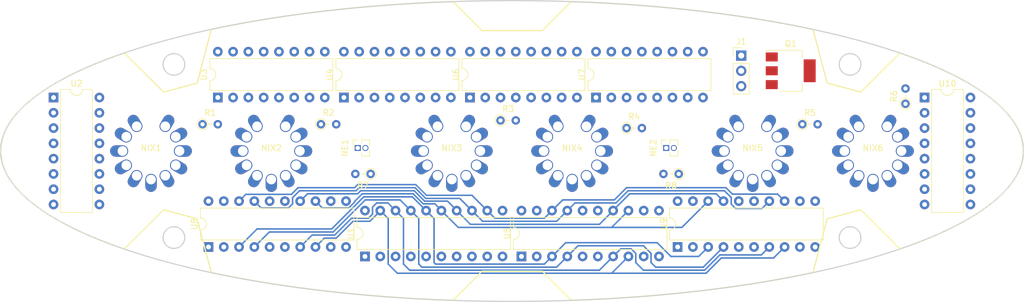
<source format=kicad_pcb>
(kicad_pcb (version 20221018) (generator pcbnew)
  (layers (0 "F.Cu" signal) (31 "B.Cu" signal) (34 "B.Paste" user) (35 "F.Paste" user) (36 "B.SilkS" user "B.Silkscreen") (37 "F.SilkS" user "F.Silkscreen") (38 "B.Mask" user) (39 "F.Mask" user) (44 "Edge.Cuts" user))
  (net 0 "")
  (net 19 "Net-(NIX1-cathode1)")
  (net 20 "Net-(NIX1-cathode2)")
  (net 21 "Net-(NIX1-cathode3)")
  (net 22 "Net-(NIX1-cathode4)")
  (net 23 "Net-(NIX1-cathode5)")
  (net 24 "Net-(NIX1-cathode6)")
  (net 25 "Net-(NIX1-cathode7)")
  (net 26 "Net-(NIX1-cathode8)")
  (net 27 "Net-(NIX1-cathode9)")
  (net 28 "Net-(NIX2-cathode1)")
  (net 29 "Net-(NIX2-cathode2)")
  (net 30 "Net-(NIX2-cathode3)")
  (net 31 "Net-(NIX2-cathode4)")
  (net 32 "Net-(NIX2-cathode5)")
  (net 33 "Net-(NIX2-cathode6)")
  (net 34 "Net-(NIX2-cathode7)")
  (net 35 "Net-(NIX2-cathode8)")
  (net 36 "Net-(NIX2-cathode9)")
  (net 37 "Net-(NIX3-cathode1)")
  (net 38 "Net-(NIX3-cathode2)")
  (net 39 "Net-(NIX3-cathode3)")
  (net 40 "Net-(NIX3-cathode4)")
  (net 41 "Net-(NIX3-cathode5)")
  (net 42 "Net-(NIX3-cathode6)")
  (net 43 "Net-(NIX3-cathode7)")
  (net 44 "Net-(NIX3-cathode8)")
  (net 45 "Net-(NIX3-cathode9)")
  (net 46 "Net-(NIX4-cathode1)")
  (net 47 "Net-(NIX4-cathode2)")
  (net 48 "Net-(NIX4-cathode3)")
  (net 49 "Net-(NIX4-cathode4)")
  (net 50 "Net-(NIX4-cathode5)")
  (net 51 "Net-(NIX4-cathode6)")
  (net 52 "Net-(NIX4-cathode7)")
  (net 53 "Net-(NIX4-cathode8)")
  (net 54 "Net-(NIX4-cathode9)")
  (net 55 "Net-(NIX5-cathode1)")
  (net 56 "Net-(NIX5-cathode2)")
  (net 57 "Net-(NIX5-cathode3)")
  (net 58 "Net-(NIX5-cathode4)")
  (net 59 "Net-(NIX5-cathode5)")
  (net 60 "Net-(NIX5-cathode6)")
  (net 61 "Net-(NIX5-cathode7)")
  (net 62 "Net-(NIX5-cathode8)")
  (net 63 "Net-(NIX5-cathode9)")
  (net 64 "Net-(NIX6-cathode1)")
  (net 65 "Net-(NIX6-cathode2)")
  (net 66 "Net-(NIX6-cathode3)")
  (net 67 "Net-(NIX6-cathode4)")
  (net 68 "Net-(NIX6-cathode5)")
  (net 69 "Net-(NIX6-cathode6)")
  (net 70 "Net-(NIX6-cathode7)")
  (net 71 "Net-(NIX6-cathode8)")
  (net 72 "Net-(NIX6-cathode9)")
  (net 73 "Net-(U2-A)")
  (net 74 "Net-(U2-D)")
  (net 75 "Net-(U2-B)")
  (net 76 "Net-(U2-C)")
  (net 77 "Net-(NIX1-cathode0)")
  (net 78 "Net-(U3-A)")
  (net 79 "Net-(U3-D)")
  (net 80 "Net-(U3-B)")
  (net 81 "Net-(U3-C)")
  (net 82 "Net-(NIX2-cathode0)")
  (net 83 "Net-(U4-A)")
  (net 84 "Net-(U4-D)")
  (net 85 "Net-(U4-B)")
  (net 86 "Net-(U4-C)")
  (net 87 "Net-(NIX3-cathode0)")
  (net 89 "Net-(U5-Q4)")
  (net 90 "Net-(U5-Q5)")
  (net 91 "Net-(U5-Q6)")
  (net 92 "Net-(U5-Q7)")
  (net 93 "Net-(NIX4-cathode0)")
  (net 94 "Net-(U7-A)")
  (net 95 "Net-(U7-D)")
  (net 96 "Net-(U7-B)")
  (net 97 "Net-(U7-C)")
  (net 98 "Net-(NIX5-cathode0)")
  (net 99 "Net-(U10-D)")
  (net 100 "Net-(U10-C)")
  (net 101 "Net-(U10-B)")
  (net 102 "Net-(U10-A)")
  (net 103 "Net-(NIX6-cathode0)")
  (net 104 "GND")
  (net 105 "+5V")
  (net 106 "/hv")
  (net 107 "Net-(NIX1-anode)")
  (net 108 "Net-(NIX2-anode)")
  (net 109 "Net-(NIX3-anode)")
  (net 110 "Net-(NIX4-anode)")
  (net 111 "Net-(NIX5-anode)")
  (net 112 "Net-(NIX6-anode)")
  (net 113 "Net-(U1-PB0)")
  (net 114 "Net-(U1-PB1)")
  (net 115 "Net-(U1-PB2)")
  (net 116 "Net-(U1-PB3)")
  (net 117 "Net-(U1-PB4)")
  (net 118 "Net-(U1-PB5)")
  (net 119 "Net-(U1-PB6)")
  (net 120 "Net-(U1-PB7)")
  (net 122 "Net-(NE1-Pad1)")
  (net 123 "Net-(NE2-Pad1)")
  (net 124 "Net-(Q1-D)")
  (footprint "Package_DIP:DIP-16_W7.62mm" (layer "F.Cu") (at 178.58 41.11)
    (fp_text reference "U10")
    (fp_text value "74141")
  )
  (footprint "Package_DIP:DIP-16_W7.62mm" (layer "F.Cu") (at 82.06 41.11 90)
    (fp_text reference "U4")
    (fp_text value "74141")
  )
  (footprint "nixie:in-8" (layer "F.Cu") (at 100 50)
    (fp_text reference "NIX3")
    (fp_text value "~")
  )
  (footprint "nixie:in-8" (layer "F.Cu") (at 120 50)
    (fp_text reference "NIX4")
    (fp_text value "~")
  )
  (footprint "nixie:in-8" (layer "F.Cu") (at 70 50)
    (fp_text reference "NIX2")
    (fp_text value "~")
  )
  (footprint "Resistor_THT:R_Axial_DIN0204_L3.6mm_D1.6mm_P2.54mm_Vertical" (layer "F.Cu") (at 137.715 53.81 180)
    (fp_text reference "R8")
    (fp_text value "R_US")
  )
  (footprint "Resistor_THT:R_Axial_DIN0204_L3.6mm_D1.6mm_P2.54mm_Vertical" (layer "F.Cu") (at 108.095 44.92)
    (fp_text reference "R3")
    (fp_text value "R_US")
  )
  (footprint "Connector_PinSocket_1.27mm:PinSocket_1x02_P1.27mm_Vertical" (layer "F.Cu") (at 84.365 49.5 90)
    (fp_text reference "NE1")
    (fp_text value "Lamp_Neon")
  )
  (footprint "nixie:in-8" (layer "F.Cu") (at 50 50)
    (fp_text reference "NIX1")
    (fp_text value "~")
  )
  (footprint "Package_DIP:DIP-20_W7.62mm" (layer "F.Cu") (at 111.5748 67.526 90)
    (fp_text reference "U5")
    (fp_text value "74LS377")
  )
  (footprint "Resistor_THT:R_Axial_DIN0204_L3.6mm_D1.6mm_P2.54mm_Vertical" (layer "F.Cu") (at 58.565 45.555)
    (fp_text reference "R1")
    (fp_text value "R_US")
  )
  (footprint "Package_DIP:DIP-16_W7.62mm" (layer "F.Cu") (at 103.015 41.11 90)
    (fp_text reference "U6")
    (fp_text value "74141")
  )
  (footprint "Resistor_THT:R_Axial_DIN0204_L3.6mm_D1.6mm_P2.54mm_Vertical" (layer "F.Cu") (at 78.25 45.555)
    (fp_text reference "R2")
    (fp_text value "R_US")
  )
  (footprint "Package_DIP:DIP-16_W7.62mm" (layer "F.Cu") (at 123.97 41.11 90)
    (fp_text reference "U7")
    (fp_text value "74141")
  )
  (footprint "Connector_PinHeader_2.54mm:PinHeader_1x03_P2.54mm_Vertical" (layer "F.Cu") (at 148.1 34.14)
    (fp_text reference "J1")
    (fp_text value "Screw_Terminal_01x03")
  )
  (footprint "Resistor_THT:R_Axial_DIN0204_L3.6mm_D1.6mm_P2.54mm_Vertical" (layer "F.Cu") (at 175.405 42.155 90)
    (fp_text reference "R6")
    (fp_text value "R_US")
  )
  (footprint "Resistor_THT:R_Axial_DIN0204_L3.6mm_D1.6mm_P2.54mm_Vertical" (layer "F.Cu") (at 86.505 53.81 180)
    (fp_text reference "R7")
    (fp_text value "R_US")
  )
  (footprint "Package_DIP:DIP-16_W7.62mm" (layer "F.Cu") (at 33.8 41.11)
    (fp_text reference "U2")
    (fp_text value "74141")
  )
  (footprint "Package_TO_SOT_SMD:SOT-223-3_TabPin2" (layer "F.Cu") (at 156.33 36.665)
    (fp_text reference "Q1")
    (fp_text value "Q_NMOS_GDS")
  )
  (footprint "Package_DIP:DIP-16_W7.62mm" (layer "F.Cu") (at 61.105 41.11 90)
    (fp_text reference "U3")
    (fp_text value "74141")
  )
  (footprint "Connector_PinSocket_1.27mm:PinSocket_1x02_P1.27mm_Vertical" (layer "F.Cu") (at 135.635 49.5 90)
    (fp_text reference "NE2")
    (fp_text value "Lamp_Neon")
  )
  (footprint "nixie:in-8" (layer "F.Cu") (at 170 50)
    (fp_text reference "NIX6")
    (fp_text value "~")
  )
  (footprint "Package_DIP:DIP-20_W7.62mm" (layer "F.Cu") (at 137.5336 65.9512 90)
    (fp_text reference "U9")
    (fp_text value "74LS377")
  )
  (footprint "Resistor_THT:R_Axial_DIN0204_L3.6mm_D1.6mm_P2.54mm_Vertical" (layer "F.Cu") (at 158.26 45.555)
    (fp_text reference "R5")
    (fp_text value "R_US")
  )
  (footprint "Package_DIP:DIP-20_W7.62mm" (layer "F.Cu") (at 59.5556 65.9512 90)
    (fp_text reference "U8")
    (fp_text value "74LS377")
  )
  (footprint "nixie:in-8" (layer "F.Cu") (at 150 50)
    (fp_text reference "NIX5")
    (fp_text value "~")
  )
  (footprint "Resistor_THT:R_Axial_DIN0204_L3.6mm_D1.6mm_P2.54mm_Vertical" (layer "F.Cu") (at 129.05 46.19)
    (fp_text reference "R4")
    (fp_text value "R_US")
  )
  (footprint "Package_DIP:DIP-20_W7.62mm" (layer "F.Cu") (at 85.5652 67.526 90)
    (fp_text reference "U1")
    (fp_text value "ATtiny2313-20P")
  )
  (gr_line (start 162.390219 38.703254) (end 160.026856 29.773089) (stroke (width 0.2)) (layer "F.SilkS"))
  (gr_curve (pts (xy 119.85904 74.822519) (xy 130.402762 74.461383) (xy 140.62321 73.522579) (xy 149.991705 72.054669)) (stroke (width 0.2)) (layer "F.SilkS"))
  (gr_line (start 57.663493 38.703254) (end 60.026856 29.773089) (stroke (width 0.2)) (layer "F.SilkS"))
  (gr_line (start 45.55 66.28067) (end 52.102068 59.768855) (stroke (width 0.2)) (layer "F.SilkS"))
  (gr_curve (pts (xy 45.55 33.7) (xy 18.185808 43.069117) (xy 18.185808 56.911553) (xy 45.55 66.28067)) (stroke (width 0.2)) (layer "F.SilkS"))
  (gr_line (start 105.026856 29.990335) (end 115.026856 29.990335) (stroke (width 0.2)) (layer "F.SilkS"))
  (gr_line (start 57.663493 61.277416) (end 60.026856 70.207581) (stroke (width 0.2)) (layer "F.SilkS"))
  (gr_line (start 167.951644 40.211815) (end 162.390219 38.703254) (stroke (width 0.2)) (layer "F.SilkS"))
  (gr_line (start 45.55 33.7) (end 52.102068 40.211815) (stroke (width 0.2)) (layer "F.SilkS"))
  (gr_line (start 52.102068 59.768855) (end 57.663493 61.277416) (stroke (width 0.2)) (layer "F.SilkS"))
  (gr_curve (pts (xy 160.026856 29.773089) (xy 148.209013 27.244791) (xy 134.374512 25.655325) (xy 119.85904 25.158151)) (stroke (width 0.2)) (layer "F.SilkS"))
  (gr_line (start 115.026856 69.990335) (end 119.85904 74.822519) (stroke (width 0.2)) (layer "F.SilkS"))
  (gr_curve (pts (xy 70.062007 27.926001) (xy 66.575069 28.472354) (xy 63.221889 29.089547) (xy 60.026856 29.773089)) (stroke (width 0.2)) (layer "F.SilkS"))
  (gr_line (start 162.390219 61.277416) (end 160.026856 70.207581) (stroke (width 0.2)) (layer "F.SilkS"))
  (gr_curve (pts (xy 100.194672 25.158151) (xy 89.65095 25.519287) (xy 79.430502 26.458091) (xy 70.062007 27.926001)) (stroke (width 0.2)) (layer "F.SilkS"))
  (gr_line (start 100.194672 25.158151) (end 105.026856 29.990335) (stroke (width 0.2)) (layer "F.SilkS"))
  (gr_line (start 174.503712 66.28067) (end 167.951644 59.768855) (stroke (width 0.2)) (layer "F.SilkS"))
  (gr_line (start 174.503712 33.7) (end 167.951644 40.211815) (stroke (width 0.2)) (layer "F.SilkS"))
  (gr_curve (pts (xy 60.026856 70.207581) (xy 71.844699 72.735879) (xy 85.6792 74.325345) (xy 100.194672 74.822519)) (stroke (width 0.2)) (layer "F.SilkS"))
  (gr_line (start 100.194672 74.822519) (end 105.026856 69.990335) (stroke (width 0.2)) (layer "F.SilkS"))
  (gr_line (start 52.102068 40.211815) (end 57.663493 38.703254) (stroke (width 0.2)) (layer "F.SilkS"))
  (gr_line (start 105.026856 69.990335) (end 115.026856 69.990335) (stroke (width 0.2)) (layer "F.SilkS"))
  (gr_curve (pts (xy 149.991705 72.054669) (xy 153.478643 71.508316) (xy 156.831823 70.891123) (xy 160.026856 70.207581)) (stroke (width 0.2)) (layer "F.SilkS"))
  (gr_line (start 115.026856 29.990335) (end 119.85904 25.158151) (stroke (width 0.2)) (layer "F.SilkS"))
  (gr_line (start 167.951644 59.768855) (end 162.390219 61.277416) (stroke (width 0.2)) (layer "F.SilkS"))
  (gr_curve (pts (xy 174.503712 66.28067) (xy 201.867904 56.911553) (xy 201.867904 43.069117) (xy 174.503712 33.7)) (stroke (width 0.2)) (layer "F.SilkS"))
  (gr_curve (pts (xy 116.796465 25.080045) (xy 125.380191 25.282558) (xy 133.85727 25.871622) (xy 141.841528 26.8204)) (stroke (width 0.2)) (layer "Edge.Cuts"))
  (gr_curve (pts (xy 49.868943 67.66973) (xy 45.842569 66.484439) (xy 42.222799 65.179729) (xy 39.082358 63.781815)) (stroke (width 0.2)) (layer "Edge.Cuts"))
  (gr_curve (pts (xy 26.834885 44.833536) (xy 28.016053 43.188779) (xy 29.763136 41.579225) (xy 32.040802 40.037426)) (stroke (width 0.2)) (layer "Edge.Cuts"))
  (gr_curve (pts (xy 192.184417 56.381212) (xy 190.816218 57.905537) (xy 188.956346 59.391651) (xy 186.637904 60.813101)) (stroke (width 0.2)) (layer "Edge.Cuts"))
  (gr_curve (pts (xy 97.114407 74.711067) (xy 86.937905 74.252023) (xy 77.050985 73.243408) (xy 68.093696 71.750515)) (stroke (width 0.2)) (layer "Edge.Cuts"))
  (gr_curve (pts (xy 193.926905 53.959948) (xy 193.482434 54.774836) (xy 192.900655 55.583243) (xy 192.184417 56.381212)) (stroke (width 0.2)) (layer "Edge.Cuts"))
  (gr_curve (pts (xy 162.647748 30.37282) (xy 168.550342 31.742462) (xy 173.830999 33.343669) (xy 178.305748 35.120656)) (stroke (width 0.2)) (layer "Edge.Cuts"))
  (gr_curve (pts (xy 62.474119 29.272967) (xy 70.651409 27.65099) (xy 79.796145 26.4522) (xy 89.364141 25.747933)) (stroke (width 0.2)) (layer "Edge.Cuts"))
  (gr_curve (pts (xy 32.040802 40.037426) (xy 34.242836 38.546823) (xy 36.940581 37.11961) (xy 40.083023 35.782777)) (stroke (width 0.2)) (layer "Edge.Cuts"))
  (gr_curve (pts (xy 25.462083 47.396759) (xy 25.768446 46.536131) (xy 26.226869 45.680188) (xy 26.834885 44.833536)) (stroke (width 0.2)) (layer "Edge.Cuts"))
  (gr_curve (pts (xy 194.896611 48.767321) (xy 195.044637 49.64922) (xy 195.03366 50.533425) (xy 194.863743 51.414982)) (stroke (width 0.2)) (layer "Edge.Cuts"))
  (gr_curve (pts (xy 26.07981 53.97224) (xy 25.71625 53.307811) (xy 25.443958 52.639062) (xy 25.263821 51.968172)) (stroke (width 0.2)) (layer "Edge.Cuts"))
  (gr_curve (pts (xy 186.637904 60.813101) (xy 184.471576 62.14129) (xy 181.905107 63.412995) (xy 178.97841 64.608439)) (stroke (width 0.2)) (layer "Edge.Cuts"))
  (gr_curve (pts (xy 32.892024 60.520042) (xy 31.565611 59.679029) (xy 30.398423 58.816295) (xy 29.39767 57.937168)) (stroke (width 0.2)) (layer "Edge.Cuts"))
  (gr_curve (pts (xy 138.050822 73.599439) (xy 124.9855 74.942841) (xy 110.795159 75.32818) (xy 97.114407 74.711067)) (stroke (width 0.2)) (layer "Edge.Cuts"))
  (gr_curve (pts (xy 29.39767 57.937168) (xy 27.926804 56.645065) (xy 26.81592 55.31753) (xy 26.07981 53.97224)) (stroke (width 0.2)) (layer "Edge.Cuts"))
  (gr_circle (center 53.808748 35.606705) (end 55.608748 35.606705) (stroke (width 0.2)) (fill none) (layer "Edge.Cuts"))
  (gr_curve (pts (xy 89.364141 25.747933) (xy 98.304382 25.089874) (xy 107.610015 24.863312) (xy 116.796465 25.080045)) (stroke (width 0.2)) (layer "Edge.Cuts"))
  (gr_curve (pts (xy 194.863743 51.414982) (xy 194.699468 52.267267) (xy 194.386643 53.117073) (xy 193.926905 53.959948)) (stroke (width 0.2)) (layer "Edge.Cuts"))
  (gr_curve (pts (xy 178.97841 64.608439) (xy 173.575054 66.815504) (xy 166.937442 68.760543) (xy 159.413511 70.3416)) (stroke (width 0.2)) (layer "Edge.Cuts"))
  (gr_curve (pts (xy 193.928854 46.043627) (xy 194.42027 46.945417) (xy 194.743502 47.855133) (xy 194.896611 48.767321)) (stroke (width 0.2)) (layer "Edge.Cuts"))
  (gr_curve (pts (xy 141.841528 26.8204) (xy 149.301938 27.706929) (xy 156.330693 28.907007) (xy 162.647748 30.37282)) (stroke (width 0.2)) (layer "Edge.Cuts"))
  (gr_curve (pts (xy 178.305748 35.120656) (xy 182.48691 36.781056) (xy 185.964376 38.594583) (xy 188.632231 40.506002)) (stroke (width 0.2)) (layer "Edge.Cuts"))
  (gr_curve (pts (xy 25 50) (xy 25 49.130677) (xy 25.154307 48.261356) (xy 25.462083 47.396759)) (stroke (width 0.2)) (layer "Edge.Cuts"))
  (gr_circle (center 53.808748 64.393295) (end 55.608748 64.393295) (stroke (width 0.2)) (fill none) (layer "Edge.Cuts"))
  (gr_curve (pts (xy 191.868548 43.27672) (xy 192.73232 44.186586) (xy 193.42056 45.110864) (xy 193.928854 46.043627)) (stroke (width 0.2)) (layer "Edge.Cuts"))
  (gr_circle (center 166.191252 64.393295) (end 167.991252 64.393295) (stroke (width 0.2)) (fill none) (layer "Edge.Cuts"))
  (gr_curve (pts (xy 68.093696 71.750515) (xy 61.430767 70.640019) (xy 55.281787 69.263174) (xy 49.868943 67.66973)) (stroke (width 0.2)) (layer "Edge.Cuts"))
  (gr_curve (pts (xy 39.082358 63.781815) (xy 36.746324 62.741968) (xy 34.675184 61.650656) (xy 32.892024 60.520042)) (stroke (width 0.2)) (layer "Edge.Cuts"))
  (gr_curve (pts (xy 188.632231 40.506002) (xy 189.893864 41.409915) (xy 190.975109 42.335604) (xy 191.868548 43.27672)) (stroke (width 0.2)) (layer "Edge.Cuts"))
  (gr_circle (center 166.191252 35.606705) (end 167.991252 35.606705) (stroke (width 0.2)) (fill none) (layer "Edge.Cuts"))
  (gr_curve (pts (xy 40.083023 35.782777) (xy 46.085892 33.229083) (xy 53.722645 31.008833) (xy 62.474119 29.272967)) (stroke (width 0.2)) (layer "Edge.Cuts"))
  (gr_curve (pts (xy 25.263821 51.968172) (xy 25.088031 51.313473) (xy 25 50.656737) (xy 25 50)) (stroke (width 0.2)) (layer "Edge.Cuts"))
  (gr_curve (pts (xy 159.413511 70.3416) (xy 152.864956 71.717695) (xy 145.64817 72.818264) (xy 138.050822 73.599439)) (stroke (width 0.2)) (layer "Edge.Cuts"))
  (segment (start 116.6548 59.906) (end 118.4328 58.128) (width 0.25) (layer "B.Cu") (net 113))
  (segment (start 145.56 56.096) (end 146.630399 57.166399) (width 0.25) (layer "B.Cu") (net 113))
  (segment (start 118.4328 58.128) (end 127.018 58.128) (width 0.25) (layer "B.Cu") (net 113))
  (segment (start 84.346 55.588) (end 83.838 56.096) (width 0.25) (layer "B.Cu") (net 113))
  (segment (start 107.1552 61.176) (end 115.3848 61.176) (width 0.25) (layer "B.Cu") (net 113))
  (segment (start 154.148799 57.166399) (end 155.3136 58.3312) (width 0.25) (layer "B.Cu") (net 113))
  (segment (start 146.630399 57.166399) (end 154.148799 57.166399) (width 0.25) (layer "B.Cu") (net 113))
  (segment (start 103.3452 57.366) (end 95.778792 57.366) (width 0.25) (layer "B.Cu") (net 113))
  (segment (start 105.8852 59.906) (end 107.1552 61.176) (width 0.25) (layer "B.Cu") (net 113))
  (segment (start 83.838 56.096) (end 74.44 56.096) (width 0.25) (layer "B.Cu") (net 113))
  (segment (start 94.000792 55.588) (end 84.346 55.588) (width 0.25) (layer "B.Cu") (net 113))
  (segment (start 73.3298 57.2062) (end 65.7606 57.2062) (width 0.25) (layer "B.Cu") (net 113))
  (segment (start 65.7606 57.2062) (end 64.6356 58.3312) (width 0.25) (layer "B.Cu") (net 113))
  (segment (start 129.05 56.096) (end 145.56 56.096) (width 0.25) (layer "B.Cu") (net 113))
  (segment (start 95.778792 57.366) (end 94.000792 55.588) (width 0.25) (layer "B.Cu") (net 113))
  (segment (start 74.44 56.096) (end 73.3298 57.2062) (width 0.25) (layer "B.Cu") (net 113))
  (segment (start 105.8852 59.906) (end 103.3452 57.366) (width 0.25) (layer "B.Cu") (net 113))
  (segment (start 115.3848 61.176) (end 116.6548 59.906) (width 0.25) (layer "B.Cu") (net 113))
  (segment (start 127.018 58.128) (end 129.05 56.096) (width 0.25) (layer "B.Cu") (net 113))
  (segment (start 93.872396 56.096) (end 84.6 56.096) (width 0.25) (layer "B.Cu") (net 114))
  (segment (start 101.3202 57.881) (end 95.657396 57.881) (width 0.25) (layer "B.Cu") (net 114))
  (segment (start 117.4168 61.684) (end 119.1948 59.906) (width 0.25) (layer "B.Cu") (net 114))
  (segment (start 73.530677 58.783323) (end 72.8578 59.4562) (width 0.25) (layer "B.Cu") (net 114))
  (segment (start 72.8578 59.4562) (end 68.3006 59.4562) (width 0.25) (layer "B.Cu") (net 114))
  (segment (start 146.446708 58.829075) (end 147.166313 59.54868) (width 0.25) (layer "B.Cu") (net 114))
  (segment (start 129.304 56.604) (end 145.306 56.604) (width 0.25) (layer "B.Cu") (net 114))
  (segment (start 147.166313 59.54868) (end 151.55612 59.54868) (width 0.25) (layer "B.Cu") (net 114))
  (segment (start 84.6 56.096) (end 84.092 56.604) (width 0.25) (layer "B.Cu") (net 114))
  (segment (start 120.4648 58.636) (end 127.272 58.636) (width 0.25) (layer "B.Cu") (net 114))
  (segment (start 151.55612 59.54868) (end 152.7736 58.3312) (width 0.25) (layer "B.Cu") (net 114))
  (segment (start 73.530677 57.767323) (end 73.530677 58.783323) (width 0.25) (layer "B.Cu") (net 114))
  (segment (start 74.694 56.604) (end 73.530677 57.767323) (width 0.25) (layer "B.Cu") (net 114))
  (segment (start 145.306 56.604) (end 146.446708 57.744708) (width 0.25) (layer "B.Cu") (net 114))
  (segment (start 119.1948 59.906) (end 120.4648 58.636) (width 0.25) (layer "B.Cu") (net 114))
  (segment (start 95.657396 57.881) (end 93.872396 56.096) (width 0.25) (layer "B.Cu") (net 114))
  (segment (start 103.3452 59.906) (end 101.3202 57.881) (width 0.25) (layer "B.Cu") (net 114))
  (segment (start 146.446708 57.744708) (end 146.446708 58.829075) (width 0.25) (layer "B.Cu") (net 114))
  (segment (start 84.092 56.604) (end 74.694 56.604) (width 0.25) (layer "B.Cu") (net 114))
  (segment (start 127.272 58.636) (end 129.304 56.604) (width 0.25) (layer "B.Cu") (net 114))
  (segment (start 105.1232 61.684) (end 117.4168 61.684) (width 0.25) (layer "B.Cu") (net 114))
  (segment (start 103.3452 59.906) (end 105.1232 61.684) (width 0.25) (layer "B.Cu") (net 114))
  (segment (start 68.3006 59.4562) (end 67.1756 58.3312) (width 0.25) (layer "B.Cu") (net 114))
  (segment (start 129.558 57.112) (end 143.9344 57.112) (width 0.25) (layer "B.Cu") (net 115))
  (segment (start 93.744 56.604) (end 84.854 56.604) (width 0.25) (layer "B.Cu") (net 115))
  (segment (start 124.5288 62.192) (end 126.8148 59.906) (width 0.25) (layer "B.Cu") (net 115))
  (segment (start 100.8052 59.8552) (end 99.281 58.331) (width 0.25) (layer "B.Cu") (net 115))
  (segment (start 76.0148 57.112) (end 74.7956 58.3312) (width 0.25) (layer "B.Cu") (net 115))
  (segment (start 95.471 58.331) (end 93.744 56.604) (width 0.25) (layer "B.Cu") (net 115))
  (segment (start 143.9344 57.112) (end 145.1536 58.3312) (width 0.25) (layer "B.Cu") (net 115))
  (segment (start 99.281 58.331) (end 95.471 58.331) (width 0.25) (layer "B.Cu") (net 115))
  (segment (start 84.346 57.112) (end 76.0148 57.112) (width 0.25) (layer "B.Cu") (net 115))
  (segment (start 84.854 56.604) (end 84.346 57.112) (width 0.25) (layer "B.Cu") (net 115))
  (segment (start 126.8148 59.8552) (end 129.558 57.112) (width 0.25) (layer "B.Cu") (net 115))
  (segment (start 100.8052 59.906) (end 100.8052 59.8552) (width 0.25) (layer "B.Cu") (net 115))
  (segment (start 126.8148 59.906) (end 126.8148 59.8552) (width 0.25) (layer "B.Cu") (net 115))
  (segment (start 103.0912 62.192) (end 124.5288 62.192) (width 0.25) (layer "B.Cu") (net 115))
  (segment (start 100.8052 59.906) (end 103.0912 62.192) (width 0.25) (layer "B.Cu") (net 115))
  (segment (start 126.5608 62.7) (end 138.2448 62.7) (width 0.25) (layer "B.Cu") (net 116))
  (segment (start 138.2448 62.7) (end 142.6136 58.3312) (width 0.25) (layer "B.Cu") (net 116))
  (segment (start 85.108 57.112) (end 83.838 58.382) (width 0.25) (layer "B.Cu") (net 116))
  (segment (start 82.881591 59.4562) (end 78.4606 59.4562) (width 0.25) (layer "B.Cu") (net 116))
  (segment (start 126.5608 62.7) (end 129.3548 59.906) (width 0.25) (layer "B.Cu") (net 116))
  (segment (start 98.2652 59.8552) (end 97.191 58.781) (width 0.25) (layer "B.Cu") (net 116))
  (segment (start 83.838 58.382) (end 83.838 58.499791) (width 0.25) (layer "B.Cu") (net 116))
  (segment (start 78.4606 59.4562) (end 77.3356 58.3312) (width 0.25) (layer "B.Cu") (net 116))
  (segment (start 98.2652 59.906) (end 101.0592 62.7) (width 0.25) (layer "B.Cu") (net 116))
  (segment (start 97.191 58.781) (end 95.236596 58.781) (width 0.25) (layer "B.Cu") (net 116))
  (segment (start 83.838 58.499791) (end 82.881591 59.4562) (width 0.25) (layer "B.Cu") (net 116))
  (segment (start 101.0592 62.7) (end 126.5608 62.7) (width 0.25) (layer "B.Cu") (net 116))
  (segment (start 98.2652 59.906) (end 98.2652 59.8552) (width 0.25) (layer "B.Cu") (net 116))
  (segment (start 93.567596 57.112) (end 85.108 57.112) (width 0.25) (layer "B.Cu") (net 116))
  (segment (start 95.236596 58.781) (end 93.567596 57.112) (width 0.25) (layer "B.Cu") (net 116))
  (segment (start 67.6328 62.954) (end 64.6356 65.9512) (width 0.25) (layer "B.Cu") (net 117))
  (segment (start 115.3848 68.796) (end 116.6548 67.526) (width 0.25) (layer "B.Cu") (net 117))
  (segment (start 97.046 68.542) (end 97.3 68.796) (width 0.25) (layer "B.Cu") (net 117))
  (segment (start 118.9408 65.24) (end 134.13 65.24) (width 0.25) (layer "B.Cu") (net 117))
  (segment (start 136.416 67.526) (end 141.0388 67.526) (width 0.25) (layer "B.Cu") (net 117))
  (segment (start 95.7252 59.906) (end 97.046 61.2268) (width 0.25) (layer "B.Cu") (net 117))
  (segment (start 93.4392 57.62) (end 85.362 57.62) (width 0.25) (layer "B.Cu") (net 117))
  (segment (start 116.6548 67.526) (end 118.9408 65.24) (width 0.25) (layer "B.Cu") (net 117))
  (segment (start 80.028 62.954) (end 67.6328 62.954) (width 0.25) (layer "B.Cu") (net 117))
  (segment (start 141.0388 67.526) (end 142.6136 65.9512) (width 0.25) (layer "B.Cu") (net 117))
  (segment (start 95.7252 59.906) (end 93.4392 57.62) (width 0.25) (layer "B.Cu") (net 117))
  (segment (start 134.13 65.24) (end 136.416 67.526) (width 0.25) (layer "B.Cu") (net 117))
  (segment (start 97.3 68.796) (end 115.3848 68.796) (width 0.25) (layer "B.Cu") (net 117))
  (segment (start 97.046 61.2268) (end 97.046 68.542) (width 0.25) (layer "B.Cu") (net 117))
  (segment (start 85.362 57.62) (end 80.028 62.954) (width 0.25) (layer "B.Cu") (net 117))
  (segment (start 133.114 68.542) (end 133.876 69.304) (width 0.25) (layer "B.Cu") (net 118))
  (segment (start 93.1852 59.906) (end 94.506 61.2268) (width 0.25) (layer "B.Cu") (net 118))
  (segment (start 117.4168 69.304) (end 119.1948 67.526) (width 0.25) (layer "B.Cu") (net 118))
  (segment (start 95.014 69.304) (end 117.4168 69.304) (width 0.25) (layer "B.Cu") (net 118))
  (segment (start 69.6648 63.462) (end 67.1756 65.9512) (width 0.25) (layer "B.Cu") (net 118))
  (segment (start 133.876 69.304) (end 141.8008 69.304) (width 0.25) (layer "B.Cu") (net 118))
  (segment (start 91.4072 58.128) (end 85.616 58.128) (width 0.25) (layer "B.Cu") (net 118))
  (segment (start 120.9728 65.748) (end 131.844 65.748) (width 0.25) (layer "B.Cu") (net 118))
  (segment (start 119.1948 67.526) (end 120.9728 65.748) (width 0.25) (layer "B.Cu") (net 118))
  (segment (start 93.1852 59.906) (end 91.4072 58.128) (width 0.25) (layer "B.Cu") (net 118))
  (segment (start 133.114 67.018) (end 133.114 68.542) (width 0.25) (layer "B.Cu") (net 118))
  (segment (start 85.616 58.128) (end 80.282 63.462) (width 0.25) (layer "B.Cu") (net 118))
  (segment (start 141.8008 69.304) (end 145.1536 65.9512) (width 0.25) (layer "B.Cu") (net 118))
  (segment (start 131.844 65.748) (end 133.114 67.018) (width 0.25) (layer "B.Cu") (net 118))
  (segment (start 80.282 63.462) (end 69.6648 63.462) (width 0.25) (layer "B.Cu") (net 118))
  (segment (start 94.506 68.796) (end 95.014 69.304) (width 0.25) (layer "B.Cu") (net 118))
  (segment (start 94.506 61.2268) (end 94.506 68.796) (width 0.25) (layer "B.Cu") (net 118))
  (segment (start 86.132096 61.176) (end 83.33 61.176) (width 0.25) (layer "B.Cu") (net 119))
  (segment (start 86.819486 59.337514) (end 86.819486 60.48861) (width 0.25) (layer "B.Cu") (net 119))
  (segment (start 128.0848 66.256) (end 129.812 66.256) (width 0.25) (layer "B.Cu") (net 119))
  (segment (start 124.5288 69.812) (end 126.8148 67.526) (width 0.25) (layer "B.Cu") (net 119))
  (segment (start 126.8148 67.526) (end 128.0848 66.256) (width 0.25) (layer "B.Cu") (net 119))
  (segment (start 142.004 69.812) (end 144.544 67.272) (width 0.25) (layer "B.Cu") (net 119))
  (segment (start 131.844 69.812) (end 142.004 69.812) (width 0.25) (layer "B.Cu") (net 119))
  (segment (start 83.33 61.176) (end 80.536 63.97) (width 0.25) (layer "B.Cu") (net 119))
  (segment (start 144.544 67.272) (end 151.4528 67.272) (width 0.25) (layer "B.Cu") (net 119))
  (segment (start 130.574 67.018) (end 130.574 68.542) (width 0.25) (layer "B.Cu") (net 119))
  (segment (start 91.966 68.796) (end 92.982 69.812) (width 0.25) (layer "B.Cu") (net 119))
  (segment (start 90.6452 59.906) (end 91.966 61.2268) (width 0.25) (layer "B.Cu") (net 119))
  (segment (start 86.819486 60.48861) (end 86.132096 61.176) (width 0.25) (layer "B.Cu") (net 119))
  (segment (start 91.966 61.2268) (end 91.966 68.796) (width 0.25) (layer "B.Cu") (net 119))
  (segment (start 90.6452 59.906) (end 89.3752 58.636) (width 0.25) (layer "B.Cu") (net 119))
  (segment (start 130.574 68.542) (end 131.844 69.812) (width 0.25) (layer "B.Cu") (net 119))
  (segment (start 151.4528 67.272) (end 152.7736 65.9512) (width 0.25) (layer "B.Cu") (net 119))
  (segment (start 129.812 66.256) (end 130.574 67.018) (width 0.25) (layer "B.Cu") (net 119))
  (segment (start 92.982 69.812) (end 124.5288 69.812) (width 0.25) (layer "B.Cu") (net 119))
  (segment (start 87.521 58.636) (end 86.819486 59.337514) (width 0.25) (layer "B.Cu") (net 119))
  (segment (start 80.536 63.97) (end 76.7768 63.97) (width 0.25) (layer "B.Cu") (net 119))
  (segment (start 76.7768 63.97) (end 74.7956 65.9512) (width 0.25) (layer "B.Cu") (net 119))
  (segment (start 89.3752 58.636) (end 87.521 58.636) (width 0.25) (layer "B.Cu") (net 119))
  (segment (start 144.798 67.78) (end 153.4848 67.78) (width 0.25) (layer "B.Cu") (net 120))
  (segment (start 142.258 70.32) (end 144.798 67.78) (width 0.25) (layer "B.Cu") (net 120))
  (segment (start 78.8088 64.478) (end 77.3356 65.9512) (width 0.25) (layer "B.Cu") (net 120))
  (segment (start 126.5608 70.32) (end 142.258 70.32) (width 0.25) (layer "B.Cu") (net 120))
  (segment (start 89.426 61.2268) (end 89.426 68.796) (width 0.25) (layer "B.Cu") (net 120))
  (segment (start 89.426 68.796) (end 90.95 70.32) (width 0.25) (layer "B.Cu") (net 120))
  (segment (start 90.95 70.32) (end 126.5608 70.32) (width 0.25) (layer "B.Cu") (net 120))
  (segment (start 88.1052 59.9568) (end 86.378 61.684) (width 0.25) (layer "B.Cu") (net 120))
  (segment (start 83.584 61.684) (end 80.79 64.478) (width 0.25) (layer "B.Cu") (net 120))
  (segment (start 88.1052 59.906) (end 88.1052 59.9568) (width 0.25) (layer "B.Cu") (net 120))
  (segment (start 153.4848 67.78) (end 155.3136 65.9512) (width 0.25) (layer "B.Cu") (net 120))
  (segment (start 126.5608 70.32) (end 129.3548 67.526) (width 0.25) (layer "B.Cu") (net 120))
  (segment (start 80.79 64.478) (end 78.8088 64.478) (width 0.25) (layer "B.Cu") (net 120))
  (segment (start 86.378 61.684) (end 83.584 61.684) (width 0.25) (layer "B.Cu") (net 120))
  (segment (start 88.1052 59.906) (end 89.426 61.2268) (width 0.25) (layer "B.Cu") (net 120))
)
</source>
